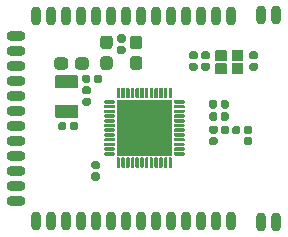
<source format=gts>
%TF.GenerationSoftware,KiCad,Pcbnew,(5.1.8)-1*%
%TF.CreationDate,2020-12-26T13:36:22+08:00*%
%TF.ProjectId,NRF52840,4e524635-3238-4343-902e-6b696361645f,rev?*%
%TF.SameCoordinates,Original*%
%TF.FileFunction,Soldermask,Top*%
%TF.FilePolarity,Negative*%
%FSLAX46Y46*%
G04 Gerber Fmt 4.6, Leading zero omitted, Abs format (unit mm)*
G04 Created by KiCad (PCBNEW (5.1.8)-1) date 2020-12-26 13:36:22*
%MOMM*%
%LPD*%
G01*
G04 APERTURE LIST*
%ADD10O,1.600000X0.900000*%
%ADD11O,0.900000X1.600000*%
G04 APERTURE END LIST*
D10*
%TO.C,J3*%
X115512680Y-113726340D03*
X115512680Y-114996340D03*
X115512680Y-116266340D03*
X115512680Y-117536340D03*
X115512680Y-118806340D03*
X115512680Y-120076340D03*
X115512680Y-121346340D03*
X115512680Y-122616340D03*
X115512680Y-123886340D03*
X115512680Y-125156340D03*
X115512680Y-126426340D03*
X115512680Y-127696340D03*
%TD*%
D11*
%TO.C,J4*%
X137497680Y-129466340D03*
X136227680Y-129466340D03*
%TD*%
%TO.C,J1*%
X117172680Y-129366340D03*
X118442680Y-129366340D03*
X119712680Y-129366340D03*
X120982680Y-129366340D03*
X122252680Y-129366340D03*
X123522680Y-129366340D03*
X124792680Y-129366340D03*
X126062680Y-129366340D03*
X127332680Y-129366340D03*
X128602680Y-129366340D03*
X129872680Y-129366340D03*
X131142680Y-129366340D03*
X132412680Y-129366340D03*
X133682680Y-129366340D03*
%TD*%
%TO.C,J5*%
X137497680Y-111966340D03*
X136227680Y-111966340D03*
%TD*%
%TO.C,J2*%
X117172680Y-112066340D03*
X118442680Y-112066340D03*
X119712680Y-112066340D03*
X120982680Y-112066340D03*
X122252680Y-112066340D03*
X123522680Y-112066340D03*
X124792680Y-112066340D03*
X126062680Y-112066340D03*
X127332680Y-112066340D03*
X128602680Y-112066340D03*
X129872680Y-112066340D03*
X131142680Y-112066340D03*
X132412680Y-112066340D03*
X133682680Y-112066340D03*
%TD*%
%TO.C,C13*%
G36*
G01*
X135330180Y-122006340D02*
X134935180Y-122006340D01*
G75*
G02*
X134762680Y-121833840I0J172500D01*
G01*
X134762680Y-121488840D01*
G75*
G02*
X134935180Y-121316340I172500J0D01*
G01*
X135330180Y-121316340D01*
G75*
G02*
X135502680Y-121488840I0J-172500D01*
G01*
X135502680Y-121833840D01*
G75*
G02*
X135330180Y-122006340I-172500J0D01*
G01*
G37*
G36*
G01*
X135330180Y-122976340D02*
X134935180Y-122976340D01*
G75*
G02*
X134762680Y-122803840I0J172500D01*
G01*
X134762680Y-122458840D01*
G75*
G02*
X134935180Y-122286340I172500J0D01*
G01*
X135330180Y-122286340D01*
G75*
G02*
X135502680Y-122458840I0J-172500D01*
G01*
X135502680Y-122803840D01*
G75*
G02*
X135330180Y-122976340I-172500J0D01*
G01*
G37*
%TD*%
%TO.C,X2*%
G36*
G01*
X120672680Y-120656340D02*
X118872680Y-120656340D01*
G75*
G02*
X118822680Y-120606340I0J50000D01*
G01*
X118822680Y-119606340D01*
G75*
G02*
X118872680Y-119556340I50000J0D01*
G01*
X120672680Y-119556340D01*
G75*
G02*
X120722680Y-119606340I0J-50000D01*
G01*
X120722680Y-120606340D01*
G75*
G02*
X120672680Y-120656340I-50000J0D01*
G01*
G37*
G36*
G01*
X120672680Y-118156340D02*
X118872680Y-118156340D01*
G75*
G02*
X118822680Y-118106340I0J50000D01*
G01*
X118822680Y-117106340D01*
G75*
G02*
X118872680Y-117056340I50000J0D01*
G01*
X120672680Y-117056340D01*
G75*
G02*
X120722680Y-117106340I0J-50000D01*
G01*
X120722680Y-118106340D01*
G75*
G02*
X120672680Y-118156340I-50000J0D01*
G01*
G37*
%TD*%
%TO.C,X1*%
G36*
G01*
X132344740Y-115798400D02*
X132344740Y-114998400D01*
G75*
G02*
X132394740Y-114948400I50000J0D01*
G01*
X133294740Y-114948400D01*
G75*
G02*
X133344740Y-114998400I0J-50000D01*
G01*
X133344740Y-115798400D01*
G75*
G02*
X133294740Y-115848400I-50000J0D01*
G01*
X132394740Y-115848400D01*
G75*
G02*
X132344740Y-115798400I0J50000D01*
G01*
G37*
G36*
G01*
X133744740Y-115798400D02*
X133744740Y-114998400D01*
G75*
G02*
X133794740Y-114948400I50000J0D01*
G01*
X134694740Y-114948400D01*
G75*
G02*
X134744740Y-114998400I0J-50000D01*
G01*
X134744740Y-115798400D01*
G75*
G02*
X134694740Y-115848400I-50000J0D01*
G01*
X133794740Y-115848400D01*
G75*
G02*
X133744740Y-115798400I0J50000D01*
G01*
G37*
G36*
G01*
X133744740Y-116898400D02*
X133744740Y-116098400D01*
G75*
G02*
X133794740Y-116048400I50000J0D01*
G01*
X134694740Y-116048400D01*
G75*
G02*
X134744740Y-116098400I0J-50000D01*
G01*
X134744740Y-116898400D01*
G75*
G02*
X134694740Y-116948400I-50000J0D01*
G01*
X133794740Y-116948400D01*
G75*
G02*
X133744740Y-116898400I0J50000D01*
G01*
G37*
G36*
G01*
X132344740Y-116898400D02*
X132344740Y-116098400D01*
G75*
G02*
X132394740Y-116048400I50000J0D01*
G01*
X133294740Y-116048400D01*
G75*
G02*
X133344740Y-116098400I0J-50000D01*
G01*
X133344740Y-116898400D01*
G75*
G02*
X133294740Y-116948400I-50000J0D01*
G01*
X132394740Y-116948400D01*
G75*
G02*
X132344740Y-116898400I0J50000D01*
G01*
G37*
%TD*%
%TO.C,U1*%
G36*
G01*
X124002680Y-123806340D02*
X124002680Y-119206340D01*
G75*
G02*
X124052680Y-119156340I50000J0D01*
G01*
X128652680Y-119156340D01*
G75*
G02*
X128702680Y-119206340I0J-50000D01*
G01*
X128702680Y-123806340D01*
G75*
G02*
X128652680Y-123856340I-50000J0D01*
G01*
X124052680Y-123856340D01*
G75*
G02*
X124002680Y-123806340I0J50000D01*
G01*
G37*
G36*
G01*
X124002680Y-118931340D02*
X124002680Y-118181340D01*
G75*
G02*
X124077680Y-118106340I75000J0D01*
G01*
X124227680Y-118106340D01*
G75*
G02*
X124302680Y-118181340I0J-75000D01*
G01*
X124302680Y-118931340D01*
G75*
G02*
X124227680Y-119006340I-75000J0D01*
G01*
X124077680Y-119006340D01*
G75*
G02*
X124002680Y-118931340I0J75000D01*
G01*
G37*
G36*
G01*
X124402680Y-118931340D02*
X124402680Y-118181340D01*
G75*
G02*
X124477680Y-118106340I75000J0D01*
G01*
X124627680Y-118106340D01*
G75*
G02*
X124702680Y-118181340I0J-75000D01*
G01*
X124702680Y-118931340D01*
G75*
G02*
X124627680Y-119006340I-75000J0D01*
G01*
X124477680Y-119006340D01*
G75*
G02*
X124402680Y-118931340I0J75000D01*
G01*
G37*
G36*
G01*
X124802680Y-118931340D02*
X124802680Y-118181340D01*
G75*
G02*
X124877680Y-118106340I75000J0D01*
G01*
X125027680Y-118106340D01*
G75*
G02*
X125102680Y-118181340I0J-75000D01*
G01*
X125102680Y-118931340D01*
G75*
G02*
X125027680Y-119006340I-75000J0D01*
G01*
X124877680Y-119006340D01*
G75*
G02*
X124802680Y-118931340I0J75000D01*
G01*
G37*
G36*
G01*
X125202680Y-118931340D02*
X125202680Y-118181340D01*
G75*
G02*
X125277680Y-118106340I75000J0D01*
G01*
X125427680Y-118106340D01*
G75*
G02*
X125502680Y-118181340I0J-75000D01*
G01*
X125502680Y-118931340D01*
G75*
G02*
X125427680Y-119006340I-75000J0D01*
G01*
X125277680Y-119006340D01*
G75*
G02*
X125202680Y-118931340I0J75000D01*
G01*
G37*
G36*
G01*
X125602680Y-118931340D02*
X125602680Y-118181340D01*
G75*
G02*
X125677680Y-118106340I75000J0D01*
G01*
X125827680Y-118106340D01*
G75*
G02*
X125902680Y-118181340I0J-75000D01*
G01*
X125902680Y-118931340D01*
G75*
G02*
X125827680Y-119006340I-75000J0D01*
G01*
X125677680Y-119006340D01*
G75*
G02*
X125602680Y-118931340I0J75000D01*
G01*
G37*
G36*
G01*
X126002680Y-118931340D02*
X126002680Y-118181340D01*
G75*
G02*
X126077680Y-118106340I75000J0D01*
G01*
X126227680Y-118106340D01*
G75*
G02*
X126302680Y-118181340I0J-75000D01*
G01*
X126302680Y-118931340D01*
G75*
G02*
X126227680Y-119006340I-75000J0D01*
G01*
X126077680Y-119006340D01*
G75*
G02*
X126002680Y-118931340I0J75000D01*
G01*
G37*
G36*
G01*
X126402680Y-118931340D02*
X126402680Y-118181340D01*
G75*
G02*
X126477680Y-118106340I75000J0D01*
G01*
X126627680Y-118106340D01*
G75*
G02*
X126702680Y-118181340I0J-75000D01*
G01*
X126702680Y-118931340D01*
G75*
G02*
X126627680Y-119006340I-75000J0D01*
G01*
X126477680Y-119006340D01*
G75*
G02*
X126402680Y-118931340I0J75000D01*
G01*
G37*
G36*
G01*
X126802680Y-118931340D02*
X126802680Y-118181340D01*
G75*
G02*
X126877680Y-118106340I75000J0D01*
G01*
X127027680Y-118106340D01*
G75*
G02*
X127102680Y-118181340I0J-75000D01*
G01*
X127102680Y-118931340D01*
G75*
G02*
X127027680Y-119006340I-75000J0D01*
G01*
X126877680Y-119006340D01*
G75*
G02*
X126802680Y-118931340I0J75000D01*
G01*
G37*
G36*
G01*
X127202680Y-118931340D02*
X127202680Y-118181340D01*
G75*
G02*
X127277680Y-118106340I75000J0D01*
G01*
X127427680Y-118106340D01*
G75*
G02*
X127502680Y-118181340I0J-75000D01*
G01*
X127502680Y-118931340D01*
G75*
G02*
X127427680Y-119006340I-75000J0D01*
G01*
X127277680Y-119006340D01*
G75*
G02*
X127202680Y-118931340I0J75000D01*
G01*
G37*
G36*
G01*
X127602680Y-118931340D02*
X127602680Y-118181340D01*
G75*
G02*
X127677680Y-118106340I75000J0D01*
G01*
X127827680Y-118106340D01*
G75*
G02*
X127902680Y-118181340I0J-75000D01*
G01*
X127902680Y-118931340D01*
G75*
G02*
X127827680Y-119006340I-75000J0D01*
G01*
X127677680Y-119006340D01*
G75*
G02*
X127602680Y-118931340I0J75000D01*
G01*
G37*
G36*
G01*
X128002680Y-118931340D02*
X128002680Y-118181340D01*
G75*
G02*
X128077680Y-118106340I75000J0D01*
G01*
X128227680Y-118106340D01*
G75*
G02*
X128302680Y-118181340I0J-75000D01*
G01*
X128302680Y-118931340D01*
G75*
G02*
X128227680Y-119006340I-75000J0D01*
G01*
X128077680Y-119006340D01*
G75*
G02*
X128002680Y-118931340I0J75000D01*
G01*
G37*
G36*
G01*
X128402680Y-118931340D02*
X128402680Y-118181340D01*
G75*
G02*
X128477680Y-118106340I75000J0D01*
G01*
X128627680Y-118106340D01*
G75*
G02*
X128702680Y-118181340I0J-75000D01*
G01*
X128702680Y-118931340D01*
G75*
G02*
X128627680Y-119006340I-75000J0D01*
G01*
X128477680Y-119006340D01*
G75*
G02*
X128402680Y-118931340I0J75000D01*
G01*
G37*
G36*
G01*
X128852680Y-119381340D02*
X128852680Y-119231340D01*
G75*
G02*
X128927680Y-119156340I75000J0D01*
G01*
X129677680Y-119156340D01*
G75*
G02*
X129752680Y-119231340I0J-75000D01*
G01*
X129752680Y-119381340D01*
G75*
G02*
X129677680Y-119456340I-75000J0D01*
G01*
X128927680Y-119456340D01*
G75*
G02*
X128852680Y-119381340I0J75000D01*
G01*
G37*
G36*
G01*
X128852680Y-119781340D02*
X128852680Y-119631340D01*
G75*
G02*
X128927680Y-119556340I75000J0D01*
G01*
X129677680Y-119556340D01*
G75*
G02*
X129752680Y-119631340I0J-75000D01*
G01*
X129752680Y-119781340D01*
G75*
G02*
X129677680Y-119856340I-75000J0D01*
G01*
X128927680Y-119856340D01*
G75*
G02*
X128852680Y-119781340I0J75000D01*
G01*
G37*
G36*
G01*
X128852680Y-120181340D02*
X128852680Y-120031340D01*
G75*
G02*
X128927680Y-119956340I75000J0D01*
G01*
X129677680Y-119956340D01*
G75*
G02*
X129752680Y-120031340I0J-75000D01*
G01*
X129752680Y-120181340D01*
G75*
G02*
X129677680Y-120256340I-75000J0D01*
G01*
X128927680Y-120256340D01*
G75*
G02*
X128852680Y-120181340I0J75000D01*
G01*
G37*
G36*
G01*
X128852680Y-120581340D02*
X128852680Y-120431340D01*
G75*
G02*
X128927680Y-120356340I75000J0D01*
G01*
X129677680Y-120356340D01*
G75*
G02*
X129752680Y-120431340I0J-75000D01*
G01*
X129752680Y-120581340D01*
G75*
G02*
X129677680Y-120656340I-75000J0D01*
G01*
X128927680Y-120656340D01*
G75*
G02*
X128852680Y-120581340I0J75000D01*
G01*
G37*
G36*
G01*
X128852680Y-120981340D02*
X128852680Y-120831340D01*
G75*
G02*
X128927680Y-120756340I75000J0D01*
G01*
X129677680Y-120756340D01*
G75*
G02*
X129752680Y-120831340I0J-75000D01*
G01*
X129752680Y-120981340D01*
G75*
G02*
X129677680Y-121056340I-75000J0D01*
G01*
X128927680Y-121056340D01*
G75*
G02*
X128852680Y-120981340I0J75000D01*
G01*
G37*
G36*
G01*
X128852680Y-121381340D02*
X128852680Y-121231340D01*
G75*
G02*
X128927680Y-121156340I75000J0D01*
G01*
X129677680Y-121156340D01*
G75*
G02*
X129752680Y-121231340I0J-75000D01*
G01*
X129752680Y-121381340D01*
G75*
G02*
X129677680Y-121456340I-75000J0D01*
G01*
X128927680Y-121456340D01*
G75*
G02*
X128852680Y-121381340I0J75000D01*
G01*
G37*
G36*
G01*
X128852680Y-121781340D02*
X128852680Y-121631340D01*
G75*
G02*
X128927680Y-121556340I75000J0D01*
G01*
X129677680Y-121556340D01*
G75*
G02*
X129752680Y-121631340I0J-75000D01*
G01*
X129752680Y-121781340D01*
G75*
G02*
X129677680Y-121856340I-75000J0D01*
G01*
X128927680Y-121856340D01*
G75*
G02*
X128852680Y-121781340I0J75000D01*
G01*
G37*
G36*
G01*
X128852680Y-122181340D02*
X128852680Y-122031340D01*
G75*
G02*
X128927680Y-121956340I75000J0D01*
G01*
X129677680Y-121956340D01*
G75*
G02*
X129752680Y-122031340I0J-75000D01*
G01*
X129752680Y-122181340D01*
G75*
G02*
X129677680Y-122256340I-75000J0D01*
G01*
X128927680Y-122256340D01*
G75*
G02*
X128852680Y-122181340I0J75000D01*
G01*
G37*
G36*
G01*
X128852680Y-122581340D02*
X128852680Y-122431340D01*
G75*
G02*
X128927680Y-122356340I75000J0D01*
G01*
X129677680Y-122356340D01*
G75*
G02*
X129752680Y-122431340I0J-75000D01*
G01*
X129752680Y-122581340D01*
G75*
G02*
X129677680Y-122656340I-75000J0D01*
G01*
X128927680Y-122656340D01*
G75*
G02*
X128852680Y-122581340I0J75000D01*
G01*
G37*
G36*
G01*
X128852680Y-122981340D02*
X128852680Y-122831340D01*
G75*
G02*
X128927680Y-122756340I75000J0D01*
G01*
X129677680Y-122756340D01*
G75*
G02*
X129752680Y-122831340I0J-75000D01*
G01*
X129752680Y-122981340D01*
G75*
G02*
X129677680Y-123056340I-75000J0D01*
G01*
X128927680Y-123056340D01*
G75*
G02*
X128852680Y-122981340I0J75000D01*
G01*
G37*
G36*
G01*
X128852680Y-123381340D02*
X128852680Y-123231340D01*
G75*
G02*
X128927680Y-123156340I75000J0D01*
G01*
X129677680Y-123156340D01*
G75*
G02*
X129752680Y-123231340I0J-75000D01*
G01*
X129752680Y-123381340D01*
G75*
G02*
X129677680Y-123456340I-75000J0D01*
G01*
X128927680Y-123456340D01*
G75*
G02*
X128852680Y-123381340I0J75000D01*
G01*
G37*
G36*
G01*
X128852680Y-123781340D02*
X128852680Y-123631340D01*
G75*
G02*
X128927680Y-123556340I75000J0D01*
G01*
X129677680Y-123556340D01*
G75*
G02*
X129752680Y-123631340I0J-75000D01*
G01*
X129752680Y-123781340D01*
G75*
G02*
X129677680Y-123856340I-75000J0D01*
G01*
X128927680Y-123856340D01*
G75*
G02*
X128852680Y-123781340I0J75000D01*
G01*
G37*
G36*
G01*
X128402680Y-124831340D02*
X128402680Y-124081340D01*
G75*
G02*
X128477680Y-124006340I75000J0D01*
G01*
X128627680Y-124006340D01*
G75*
G02*
X128702680Y-124081340I0J-75000D01*
G01*
X128702680Y-124831340D01*
G75*
G02*
X128627680Y-124906340I-75000J0D01*
G01*
X128477680Y-124906340D01*
G75*
G02*
X128402680Y-124831340I0J75000D01*
G01*
G37*
G36*
G01*
X128002680Y-124831340D02*
X128002680Y-124081340D01*
G75*
G02*
X128077680Y-124006340I75000J0D01*
G01*
X128227680Y-124006340D01*
G75*
G02*
X128302680Y-124081340I0J-75000D01*
G01*
X128302680Y-124831340D01*
G75*
G02*
X128227680Y-124906340I-75000J0D01*
G01*
X128077680Y-124906340D01*
G75*
G02*
X128002680Y-124831340I0J75000D01*
G01*
G37*
G36*
G01*
X127602680Y-124831340D02*
X127602680Y-124081340D01*
G75*
G02*
X127677680Y-124006340I75000J0D01*
G01*
X127827680Y-124006340D01*
G75*
G02*
X127902680Y-124081340I0J-75000D01*
G01*
X127902680Y-124831340D01*
G75*
G02*
X127827680Y-124906340I-75000J0D01*
G01*
X127677680Y-124906340D01*
G75*
G02*
X127602680Y-124831340I0J75000D01*
G01*
G37*
G36*
G01*
X127202680Y-124831340D02*
X127202680Y-124081340D01*
G75*
G02*
X127277680Y-124006340I75000J0D01*
G01*
X127427680Y-124006340D01*
G75*
G02*
X127502680Y-124081340I0J-75000D01*
G01*
X127502680Y-124831340D01*
G75*
G02*
X127427680Y-124906340I-75000J0D01*
G01*
X127277680Y-124906340D01*
G75*
G02*
X127202680Y-124831340I0J75000D01*
G01*
G37*
G36*
G01*
X126802680Y-124831340D02*
X126802680Y-124081340D01*
G75*
G02*
X126877680Y-124006340I75000J0D01*
G01*
X127027680Y-124006340D01*
G75*
G02*
X127102680Y-124081340I0J-75000D01*
G01*
X127102680Y-124831340D01*
G75*
G02*
X127027680Y-124906340I-75000J0D01*
G01*
X126877680Y-124906340D01*
G75*
G02*
X126802680Y-124831340I0J75000D01*
G01*
G37*
G36*
G01*
X126402680Y-124831340D02*
X126402680Y-124081340D01*
G75*
G02*
X126477680Y-124006340I75000J0D01*
G01*
X126627680Y-124006340D01*
G75*
G02*
X126702680Y-124081340I0J-75000D01*
G01*
X126702680Y-124831340D01*
G75*
G02*
X126627680Y-124906340I-75000J0D01*
G01*
X126477680Y-124906340D01*
G75*
G02*
X126402680Y-124831340I0J75000D01*
G01*
G37*
G36*
G01*
X126002680Y-124831340D02*
X126002680Y-124081340D01*
G75*
G02*
X126077680Y-124006340I75000J0D01*
G01*
X126227680Y-124006340D01*
G75*
G02*
X126302680Y-124081340I0J-75000D01*
G01*
X126302680Y-124831340D01*
G75*
G02*
X126227680Y-124906340I-75000J0D01*
G01*
X126077680Y-124906340D01*
G75*
G02*
X126002680Y-124831340I0J75000D01*
G01*
G37*
G36*
G01*
X125602680Y-124831340D02*
X125602680Y-124081340D01*
G75*
G02*
X125677680Y-124006340I75000J0D01*
G01*
X125827680Y-124006340D01*
G75*
G02*
X125902680Y-124081340I0J-75000D01*
G01*
X125902680Y-124831340D01*
G75*
G02*
X125827680Y-124906340I-75000J0D01*
G01*
X125677680Y-124906340D01*
G75*
G02*
X125602680Y-124831340I0J75000D01*
G01*
G37*
G36*
G01*
X125202680Y-124831340D02*
X125202680Y-124081340D01*
G75*
G02*
X125277680Y-124006340I75000J0D01*
G01*
X125427680Y-124006340D01*
G75*
G02*
X125502680Y-124081340I0J-75000D01*
G01*
X125502680Y-124831340D01*
G75*
G02*
X125427680Y-124906340I-75000J0D01*
G01*
X125277680Y-124906340D01*
G75*
G02*
X125202680Y-124831340I0J75000D01*
G01*
G37*
G36*
G01*
X124802680Y-124831340D02*
X124802680Y-124081340D01*
G75*
G02*
X124877680Y-124006340I75000J0D01*
G01*
X125027680Y-124006340D01*
G75*
G02*
X125102680Y-124081340I0J-75000D01*
G01*
X125102680Y-124831340D01*
G75*
G02*
X125027680Y-124906340I-75000J0D01*
G01*
X124877680Y-124906340D01*
G75*
G02*
X124802680Y-124831340I0J75000D01*
G01*
G37*
G36*
G01*
X124402680Y-124831340D02*
X124402680Y-124081340D01*
G75*
G02*
X124477680Y-124006340I75000J0D01*
G01*
X124627680Y-124006340D01*
G75*
G02*
X124702680Y-124081340I0J-75000D01*
G01*
X124702680Y-124831340D01*
G75*
G02*
X124627680Y-124906340I-75000J0D01*
G01*
X124477680Y-124906340D01*
G75*
G02*
X124402680Y-124831340I0J75000D01*
G01*
G37*
G36*
G01*
X124002680Y-124831340D02*
X124002680Y-124081340D01*
G75*
G02*
X124077680Y-124006340I75000J0D01*
G01*
X124227680Y-124006340D01*
G75*
G02*
X124302680Y-124081340I0J-75000D01*
G01*
X124302680Y-124831340D01*
G75*
G02*
X124227680Y-124906340I-75000J0D01*
G01*
X124077680Y-124906340D01*
G75*
G02*
X124002680Y-124831340I0J75000D01*
G01*
G37*
G36*
G01*
X122952680Y-123781340D02*
X122952680Y-123631340D01*
G75*
G02*
X123027680Y-123556340I75000J0D01*
G01*
X123777680Y-123556340D01*
G75*
G02*
X123852680Y-123631340I0J-75000D01*
G01*
X123852680Y-123781340D01*
G75*
G02*
X123777680Y-123856340I-75000J0D01*
G01*
X123027680Y-123856340D01*
G75*
G02*
X122952680Y-123781340I0J75000D01*
G01*
G37*
G36*
G01*
X122952680Y-123381340D02*
X122952680Y-123231340D01*
G75*
G02*
X123027680Y-123156340I75000J0D01*
G01*
X123777680Y-123156340D01*
G75*
G02*
X123852680Y-123231340I0J-75000D01*
G01*
X123852680Y-123381340D01*
G75*
G02*
X123777680Y-123456340I-75000J0D01*
G01*
X123027680Y-123456340D01*
G75*
G02*
X122952680Y-123381340I0J75000D01*
G01*
G37*
G36*
G01*
X122952680Y-122981340D02*
X122952680Y-122831340D01*
G75*
G02*
X123027680Y-122756340I75000J0D01*
G01*
X123777680Y-122756340D01*
G75*
G02*
X123852680Y-122831340I0J-75000D01*
G01*
X123852680Y-122981340D01*
G75*
G02*
X123777680Y-123056340I-75000J0D01*
G01*
X123027680Y-123056340D01*
G75*
G02*
X122952680Y-122981340I0J75000D01*
G01*
G37*
G36*
G01*
X122952680Y-122581340D02*
X122952680Y-122431340D01*
G75*
G02*
X123027680Y-122356340I75000J0D01*
G01*
X123777680Y-122356340D01*
G75*
G02*
X123852680Y-122431340I0J-75000D01*
G01*
X123852680Y-122581340D01*
G75*
G02*
X123777680Y-122656340I-75000J0D01*
G01*
X123027680Y-122656340D01*
G75*
G02*
X122952680Y-122581340I0J75000D01*
G01*
G37*
G36*
G01*
X122952680Y-122181340D02*
X122952680Y-122031340D01*
G75*
G02*
X123027680Y-121956340I75000J0D01*
G01*
X123777680Y-121956340D01*
G75*
G02*
X123852680Y-122031340I0J-75000D01*
G01*
X123852680Y-122181340D01*
G75*
G02*
X123777680Y-122256340I-75000J0D01*
G01*
X123027680Y-122256340D01*
G75*
G02*
X122952680Y-122181340I0J75000D01*
G01*
G37*
G36*
G01*
X122952680Y-121781340D02*
X122952680Y-121631340D01*
G75*
G02*
X123027680Y-121556340I75000J0D01*
G01*
X123777680Y-121556340D01*
G75*
G02*
X123852680Y-121631340I0J-75000D01*
G01*
X123852680Y-121781340D01*
G75*
G02*
X123777680Y-121856340I-75000J0D01*
G01*
X123027680Y-121856340D01*
G75*
G02*
X122952680Y-121781340I0J75000D01*
G01*
G37*
G36*
G01*
X122952680Y-121381340D02*
X122952680Y-121231340D01*
G75*
G02*
X123027680Y-121156340I75000J0D01*
G01*
X123777680Y-121156340D01*
G75*
G02*
X123852680Y-121231340I0J-75000D01*
G01*
X123852680Y-121381340D01*
G75*
G02*
X123777680Y-121456340I-75000J0D01*
G01*
X123027680Y-121456340D01*
G75*
G02*
X122952680Y-121381340I0J75000D01*
G01*
G37*
G36*
G01*
X122952680Y-120981340D02*
X122952680Y-120831340D01*
G75*
G02*
X123027680Y-120756340I75000J0D01*
G01*
X123777680Y-120756340D01*
G75*
G02*
X123852680Y-120831340I0J-75000D01*
G01*
X123852680Y-120981340D01*
G75*
G02*
X123777680Y-121056340I-75000J0D01*
G01*
X123027680Y-121056340D01*
G75*
G02*
X122952680Y-120981340I0J75000D01*
G01*
G37*
G36*
G01*
X122952680Y-120581340D02*
X122952680Y-120431340D01*
G75*
G02*
X123027680Y-120356340I75000J0D01*
G01*
X123777680Y-120356340D01*
G75*
G02*
X123852680Y-120431340I0J-75000D01*
G01*
X123852680Y-120581340D01*
G75*
G02*
X123777680Y-120656340I-75000J0D01*
G01*
X123027680Y-120656340D01*
G75*
G02*
X122952680Y-120581340I0J75000D01*
G01*
G37*
G36*
G01*
X122952680Y-120181340D02*
X122952680Y-120031340D01*
G75*
G02*
X123027680Y-119956340I75000J0D01*
G01*
X123777680Y-119956340D01*
G75*
G02*
X123852680Y-120031340I0J-75000D01*
G01*
X123852680Y-120181340D01*
G75*
G02*
X123777680Y-120256340I-75000J0D01*
G01*
X123027680Y-120256340D01*
G75*
G02*
X122952680Y-120181340I0J75000D01*
G01*
G37*
G36*
G01*
X122952680Y-119781340D02*
X122952680Y-119631340D01*
G75*
G02*
X123027680Y-119556340I75000J0D01*
G01*
X123777680Y-119556340D01*
G75*
G02*
X123852680Y-119631340I0J-75000D01*
G01*
X123852680Y-119781340D01*
G75*
G02*
X123777680Y-119856340I-75000J0D01*
G01*
X123027680Y-119856340D01*
G75*
G02*
X122952680Y-119781340I0J75000D01*
G01*
G37*
G36*
G01*
X122952680Y-119381340D02*
X122952680Y-119231340D01*
G75*
G02*
X123027680Y-119156340I75000J0D01*
G01*
X123777680Y-119156340D01*
G75*
G02*
X123852680Y-119231340I0J-75000D01*
G01*
X123852680Y-119381340D01*
G75*
G02*
X123777680Y-119456340I-75000J0D01*
G01*
X123027680Y-119456340D01*
G75*
G02*
X122952680Y-119381340I0J75000D01*
G01*
G37*
%TD*%
%TO.C,L3*%
G36*
G01*
X124600180Y-114286340D02*
X124205180Y-114286340D01*
G75*
G02*
X124032680Y-114113840I0J172500D01*
G01*
X124032680Y-113768840D01*
G75*
G02*
X124205180Y-113596340I172500J0D01*
G01*
X124600180Y-113596340D01*
G75*
G02*
X124772680Y-113768840I0J-172500D01*
G01*
X124772680Y-114113840D01*
G75*
G02*
X124600180Y-114286340I-172500J0D01*
G01*
G37*
G36*
G01*
X124600180Y-115256340D02*
X124205180Y-115256340D01*
G75*
G02*
X124032680Y-115083840I0J172500D01*
G01*
X124032680Y-114738840D01*
G75*
G02*
X124205180Y-114566340I172500J0D01*
G01*
X124600180Y-114566340D01*
G75*
G02*
X124772680Y-114738840I0J-172500D01*
G01*
X124772680Y-115083840D01*
G75*
G02*
X124600180Y-115256340I-172500J0D01*
G01*
G37*
%TD*%
%TO.C,L2*%
G36*
G01*
X125390180Y-115436340D02*
X125915180Y-115436340D01*
G75*
G02*
X126177680Y-115698840I0J-262500D01*
G01*
X126177680Y-116323840D01*
G75*
G02*
X125915180Y-116586340I-262500J0D01*
G01*
X125390180Y-116586340D01*
G75*
G02*
X125127680Y-116323840I0J262500D01*
G01*
X125127680Y-115698840D01*
G75*
G02*
X125390180Y-115436340I262500J0D01*
G01*
G37*
G36*
G01*
X125390180Y-113686340D02*
X125915180Y-113686340D01*
G75*
G02*
X126177680Y-113948840I0J-262500D01*
G01*
X126177680Y-114573840D01*
G75*
G02*
X125915180Y-114836340I-262500J0D01*
G01*
X125390180Y-114836340D01*
G75*
G02*
X125127680Y-114573840I0J262500D01*
G01*
X125127680Y-113948840D01*
G75*
G02*
X125390180Y-113686340I262500J0D01*
G01*
G37*
%TD*%
%TO.C,L1*%
G36*
G01*
X133522680Y-121488840D02*
X133522680Y-121883840D01*
G75*
G02*
X133350180Y-122056340I-172500J0D01*
G01*
X133005180Y-122056340D01*
G75*
G02*
X132832680Y-121883840I0J172500D01*
G01*
X132832680Y-121488840D01*
G75*
G02*
X133005180Y-121316340I172500J0D01*
G01*
X133350180Y-121316340D01*
G75*
G02*
X133522680Y-121488840I0J-172500D01*
G01*
G37*
G36*
G01*
X134492680Y-121488840D02*
X134492680Y-121883840D01*
G75*
G02*
X134320180Y-122056340I-172500J0D01*
G01*
X133975180Y-122056340D01*
G75*
G02*
X133802680Y-121883840I0J172500D01*
G01*
X133802680Y-121488840D01*
G75*
G02*
X133975180Y-121316340I172500J0D01*
G01*
X134320180Y-121316340D01*
G75*
G02*
X134492680Y-121488840I0J-172500D01*
G01*
G37*
%TD*%
%TO.C,C12*%
G36*
G01*
X119752680Y-121158840D02*
X119752680Y-121553840D01*
G75*
G02*
X119580180Y-121726340I-172500J0D01*
G01*
X119235180Y-121726340D01*
G75*
G02*
X119062680Y-121553840I0J172500D01*
G01*
X119062680Y-121158840D01*
G75*
G02*
X119235180Y-120986340I172500J0D01*
G01*
X119580180Y-120986340D01*
G75*
G02*
X119752680Y-121158840I0J-172500D01*
G01*
G37*
G36*
G01*
X120722680Y-121158840D02*
X120722680Y-121553840D01*
G75*
G02*
X120550180Y-121726340I-172500J0D01*
G01*
X120205180Y-121726340D01*
G75*
G02*
X120032680Y-121553840I0J172500D01*
G01*
X120032680Y-121158840D01*
G75*
G02*
X120205180Y-120986340I172500J0D01*
G01*
X120550180Y-120986340D01*
G75*
G02*
X120722680Y-121158840I0J-172500D01*
G01*
G37*
%TD*%
%TO.C,C11*%
G36*
G01*
X121275180Y-118956340D02*
X121670180Y-118956340D01*
G75*
G02*
X121842680Y-119128840I0J-172500D01*
G01*
X121842680Y-119473840D01*
G75*
G02*
X121670180Y-119646340I-172500J0D01*
G01*
X121275180Y-119646340D01*
G75*
G02*
X121102680Y-119473840I0J172500D01*
G01*
X121102680Y-119128840D01*
G75*
G02*
X121275180Y-118956340I172500J0D01*
G01*
G37*
G36*
G01*
X121275180Y-117986340D02*
X121670180Y-117986340D01*
G75*
G02*
X121842680Y-118158840I0J-172500D01*
G01*
X121842680Y-118503840D01*
G75*
G02*
X121670180Y-118676340I-172500J0D01*
G01*
X121275180Y-118676340D01*
G75*
G02*
X121102680Y-118503840I0J172500D01*
G01*
X121102680Y-118158840D01*
G75*
G02*
X121275180Y-117986340I172500J0D01*
G01*
G37*
%TD*%
%TO.C,C10*%
G36*
G01*
X122880180Y-115446340D02*
X123405180Y-115446340D01*
G75*
G02*
X123667680Y-115708840I0J-262500D01*
G01*
X123667680Y-116333840D01*
G75*
G02*
X123405180Y-116596340I-262500J0D01*
G01*
X122880180Y-116596340D01*
G75*
G02*
X122617680Y-116333840I0J262500D01*
G01*
X122617680Y-115708840D01*
G75*
G02*
X122880180Y-115446340I262500J0D01*
G01*
G37*
G36*
G01*
X122880180Y-113696340D02*
X123405180Y-113696340D01*
G75*
G02*
X123667680Y-113958840I0J-262500D01*
G01*
X123667680Y-114583840D01*
G75*
G02*
X123405180Y-114846340I-262500J0D01*
G01*
X122880180Y-114846340D01*
G75*
G02*
X122617680Y-114583840I0J262500D01*
G01*
X122617680Y-113958840D01*
G75*
G02*
X122880180Y-113696340I262500J0D01*
G01*
G37*
%TD*%
%TO.C,C9*%
G36*
G01*
X119892680Y-115793840D02*
X119892680Y-116318840D01*
G75*
G02*
X119630180Y-116581340I-262500J0D01*
G01*
X119005180Y-116581340D01*
G75*
G02*
X118742680Y-116318840I0J262500D01*
G01*
X118742680Y-115793840D01*
G75*
G02*
X119005180Y-115531340I262500J0D01*
G01*
X119630180Y-115531340D01*
G75*
G02*
X119892680Y-115793840I0J-262500D01*
G01*
G37*
G36*
G01*
X121642680Y-115793840D02*
X121642680Y-116318840D01*
G75*
G02*
X121380180Y-116581340I-262500J0D01*
G01*
X120755180Y-116581340D01*
G75*
G02*
X120492680Y-116318840I0J262500D01*
G01*
X120492680Y-115793840D01*
G75*
G02*
X120755180Y-115531340I262500J0D01*
G01*
X121380180Y-115531340D01*
G75*
G02*
X121642680Y-115793840I0J-262500D01*
G01*
G37*
%TD*%
%TO.C,C8*%
G36*
G01*
X130700180Y-115706340D02*
X130305180Y-115706340D01*
G75*
G02*
X130132680Y-115533840I0J172500D01*
G01*
X130132680Y-115188840D01*
G75*
G02*
X130305180Y-115016340I172500J0D01*
G01*
X130700180Y-115016340D01*
G75*
G02*
X130872680Y-115188840I0J-172500D01*
G01*
X130872680Y-115533840D01*
G75*
G02*
X130700180Y-115706340I-172500J0D01*
G01*
G37*
G36*
G01*
X130700180Y-116676340D02*
X130305180Y-116676340D01*
G75*
G02*
X130132680Y-116503840I0J172500D01*
G01*
X130132680Y-116158840D01*
G75*
G02*
X130305180Y-115986340I172500J0D01*
G01*
X130700180Y-115986340D01*
G75*
G02*
X130872680Y-116158840I0J-172500D01*
G01*
X130872680Y-116503840D01*
G75*
G02*
X130700180Y-116676340I-172500J0D01*
G01*
G37*
%TD*%
%TO.C,C7*%
G36*
G01*
X132522680Y-119298840D02*
X132522680Y-119693840D01*
G75*
G02*
X132350180Y-119866340I-172500J0D01*
G01*
X132005180Y-119866340D01*
G75*
G02*
X131832680Y-119693840I0J172500D01*
G01*
X131832680Y-119298840D01*
G75*
G02*
X132005180Y-119126340I172500J0D01*
G01*
X132350180Y-119126340D01*
G75*
G02*
X132522680Y-119298840I0J-172500D01*
G01*
G37*
G36*
G01*
X133492680Y-119298840D02*
X133492680Y-119693840D01*
G75*
G02*
X133320180Y-119866340I-172500J0D01*
G01*
X132975180Y-119866340D01*
G75*
G02*
X132802680Y-119693840I0J172500D01*
G01*
X132802680Y-119298840D01*
G75*
G02*
X132975180Y-119126340I172500J0D01*
G01*
X133320180Y-119126340D01*
G75*
G02*
X133492680Y-119298840I0J-172500D01*
G01*
G37*
%TD*%
%TO.C,C6*%
G36*
G01*
X132532680Y-120348840D02*
X132532680Y-120743840D01*
G75*
G02*
X132360180Y-120916340I-172500J0D01*
G01*
X132015180Y-120916340D01*
G75*
G02*
X131842680Y-120743840I0J172500D01*
G01*
X131842680Y-120348840D01*
G75*
G02*
X132015180Y-120176340I172500J0D01*
G01*
X132360180Y-120176340D01*
G75*
G02*
X132532680Y-120348840I0J-172500D01*
G01*
G37*
G36*
G01*
X133502680Y-120348840D02*
X133502680Y-120743840D01*
G75*
G02*
X133330180Y-120916340I-172500J0D01*
G01*
X132985180Y-120916340D01*
G75*
G02*
X132812680Y-120743840I0J172500D01*
G01*
X132812680Y-120348840D01*
G75*
G02*
X132985180Y-120176340I172500J0D01*
G01*
X133330180Y-120176340D01*
G75*
G02*
X133502680Y-120348840I0J-172500D01*
G01*
G37*
%TD*%
%TO.C,C5*%
G36*
G01*
X122420180Y-124996340D02*
X122025180Y-124996340D01*
G75*
G02*
X121852680Y-124823840I0J172500D01*
G01*
X121852680Y-124478840D01*
G75*
G02*
X122025180Y-124306340I172500J0D01*
G01*
X122420180Y-124306340D01*
G75*
G02*
X122592680Y-124478840I0J-172500D01*
G01*
X122592680Y-124823840D01*
G75*
G02*
X122420180Y-124996340I-172500J0D01*
G01*
G37*
G36*
G01*
X122420180Y-125966340D02*
X122025180Y-125966340D01*
G75*
G02*
X121852680Y-125793840I0J172500D01*
G01*
X121852680Y-125448840D01*
G75*
G02*
X122025180Y-125276340I172500J0D01*
G01*
X122420180Y-125276340D01*
G75*
G02*
X122592680Y-125448840I0J-172500D01*
G01*
X122592680Y-125793840D01*
G75*
G02*
X122420180Y-125966340I-172500J0D01*
G01*
G37*
%TD*%
%TO.C,C4*%
G36*
G01*
X121792680Y-117158840D02*
X121792680Y-117553840D01*
G75*
G02*
X121620180Y-117726340I-172500J0D01*
G01*
X121275180Y-117726340D01*
G75*
G02*
X121102680Y-117553840I0J172500D01*
G01*
X121102680Y-117158840D01*
G75*
G02*
X121275180Y-116986340I172500J0D01*
G01*
X121620180Y-116986340D01*
G75*
G02*
X121792680Y-117158840I0J-172500D01*
G01*
G37*
G36*
G01*
X122762680Y-117158840D02*
X122762680Y-117553840D01*
G75*
G02*
X122590180Y-117726340I-172500J0D01*
G01*
X122245180Y-117726340D01*
G75*
G02*
X122072680Y-117553840I0J172500D01*
G01*
X122072680Y-117158840D01*
G75*
G02*
X122245180Y-116986340I172500J0D01*
G01*
X122590180Y-116986340D01*
G75*
G02*
X122762680Y-117158840I0J-172500D01*
G01*
G37*
%TD*%
%TO.C,C3*%
G36*
G01*
X132390180Y-122006340D02*
X131995180Y-122006340D01*
G75*
G02*
X131822680Y-121833840I0J172500D01*
G01*
X131822680Y-121488840D01*
G75*
G02*
X131995180Y-121316340I172500J0D01*
G01*
X132390180Y-121316340D01*
G75*
G02*
X132562680Y-121488840I0J-172500D01*
G01*
X132562680Y-121833840D01*
G75*
G02*
X132390180Y-122006340I-172500J0D01*
G01*
G37*
G36*
G01*
X132390180Y-122976340D02*
X131995180Y-122976340D01*
G75*
G02*
X131822680Y-122803840I0J172500D01*
G01*
X131822680Y-122458840D01*
G75*
G02*
X131995180Y-122286340I172500J0D01*
G01*
X132390180Y-122286340D01*
G75*
G02*
X132562680Y-122458840I0J-172500D01*
G01*
X132562680Y-122803840D01*
G75*
G02*
X132390180Y-122976340I-172500J0D01*
G01*
G37*
%TD*%
%TO.C,C2*%
G36*
G01*
X131330480Y-115989340D02*
X131725480Y-115989340D01*
G75*
G02*
X131897980Y-116161840I0J-172500D01*
G01*
X131897980Y-116506840D01*
G75*
G02*
X131725480Y-116679340I-172500J0D01*
G01*
X131330480Y-116679340D01*
G75*
G02*
X131157980Y-116506840I0J172500D01*
G01*
X131157980Y-116161840D01*
G75*
G02*
X131330480Y-115989340I172500J0D01*
G01*
G37*
G36*
G01*
X131330480Y-115019340D02*
X131725480Y-115019340D01*
G75*
G02*
X131897980Y-115191840I0J-172500D01*
G01*
X131897980Y-115536840D01*
G75*
G02*
X131725480Y-115709340I-172500J0D01*
G01*
X131330480Y-115709340D01*
G75*
G02*
X131157980Y-115536840I0J172500D01*
G01*
X131157980Y-115191840D01*
G75*
G02*
X131330480Y-115019340I172500J0D01*
G01*
G37*
%TD*%
%TO.C,C1*%
G36*
G01*
X135804720Y-115709340D02*
X135409720Y-115709340D01*
G75*
G02*
X135237220Y-115536840I0J172500D01*
G01*
X135237220Y-115191840D01*
G75*
G02*
X135409720Y-115019340I172500J0D01*
G01*
X135804720Y-115019340D01*
G75*
G02*
X135977220Y-115191840I0J-172500D01*
G01*
X135977220Y-115536840D01*
G75*
G02*
X135804720Y-115709340I-172500J0D01*
G01*
G37*
G36*
G01*
X135804720Y-116679340D02*
X135409720Y-116679340D01*
G75*
G02*
X135237220Y-116506840I0J172500D01*
G01*
X135237220Y-116161840D01*
G75*
G02*
X135409720Y-115989340I172500J0D01*
G01*
X135804720Y-115989340D01*
G75*
G02*
X135977220Y-116161840I0J-172500D01*
G01*
X135977220Y-116506840D01*
G75*
G02*
X135804720Y-116679340I-172500J0D01*
G01*
G37*
%TD*%
M02*

</source>
